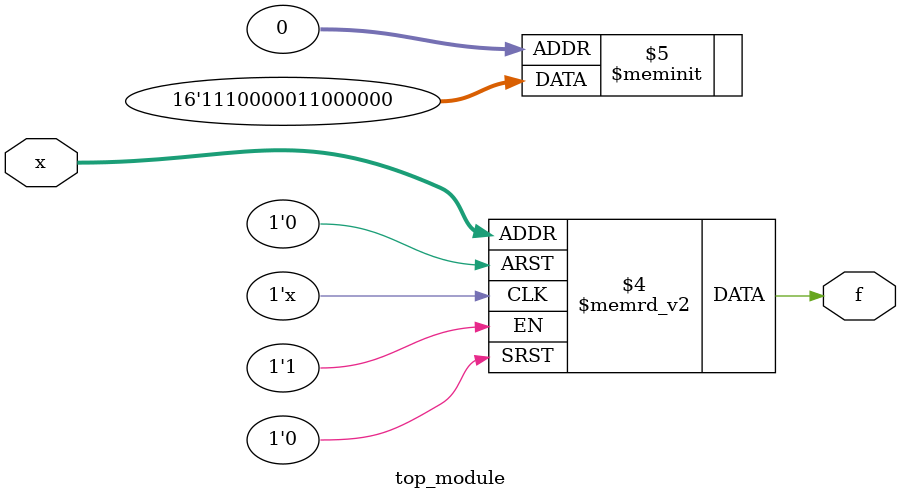
<source format=sv>
module top_module (
    input [4:1] x,
    output logic f
);
    always_comb begin
        case (x)
            4'b0001, 4'b0011, 4'b0100, 4'b1000, 4'b1001, 4'b1010, 4'b1100: f = 0;
            4'b0110, 4'b0111, 4'b1101, 4'b1110, 4'b1111: f = 1;
            default: f = 0;
        endcase
    end
endmodule

</source>
